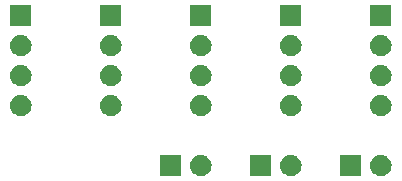
<source format=gts>
G04 #@! TF.GenerationSoftware,KiCad,Pcbnew,5.0.2-bee76a0~70~ubuntu18.04.1*
G04 #@! TF.CreationDate,2019-03-31T17:31:53+02:00*
G04 #@! TF.ProjectId,SPIDaisy,544d4353-5049-4323-9636-302e6b696361,rev?*
G04 #@! TF.SameCoordinates,Original*
G04 #@! TF.FileFunction,Soldermask,Top*
G04 #@! TF.FilePolarity,Negative*
%FSLAX46Y46*%
G04 Gerber Fmt 4.6, Leading zero omitted, Abs format (unit mm)*
G04 Created by KiCad (PCBNEW 5.0.2-bee76a0~70~ubuntu18.04.1) date 2019-03-31T17:31:53 CEST*
%MOMM*%
%LPD*%
G01*
G04 APERTURE LIST*
%ADD10C,0.100000*%
G04 APERTURE END LIST*
D10*
G36*
X122030443Y-103245519D02*
X122096627Y-103252037D01*
X122209853Y-103286384D01*
X122266467Y-103303557D01*
X122405087Y-103377652D01*
X122422991Y-103387222D01*
X122458729Y-103416552D01*
X122560186Y-103499814D01*
X122643448Y-103601271D01*
X122672778Y-103637009D01*
X122672779Y-103637011D01*
X122756443Y-103793533D01*
X122756443Y-103793534D01*
X122807963Y-103963373D01*
X122825359Y-104140000D01*
X122807963Y-104316627D01*
X122773616Y-104429853D01*
X122756443Y-104486467D01*
X122682348Y-104625087D01*
X122672778Y-104642991D01*
X122643448Y-104678729D01*
X122560186Y-104780186D01*
X122458729Y-104863448D01*
X122422991Y-104892778D01*
X122422989Y-104892779D01*
X122266467Y-104976443D01*
X122209853Y-104993616D01*
X122096627Y-105027963D01*
X122030442Y-105034482D01*
X121964260Y-105041000D01*
X121875740Y-105041000D01*
X121809557Y-105034481D01*
X121743373Y-105027963D01*
X121630147Y-104993616D01*
X121573533Y-104976443D01*
X121417011Y-104892779D01*
X121417009Y-104892778D01*
X121381271Y-104863448D01*
X121279814Y-104780186D01*
X121196552Y-104678729D01*
X121167222Y-104642991D01*
X121157652Y-104625087D01*
X121083557Y-104486467D01*
X121066384Y-104429853D01*
X121032037Y-104316627D01*
X121014641Y-104140000D01*
X121032037Y-103963373D01*
X121083557Y-103793534D01*
X121083557Y-103793533D01*
X121167221Y-103637011D01*
X121167222Y-103637009D01*
X121196552Y-103601271D01*
X121279814Y-103499814D01*
X121381271Y-103416552D01*
X121417009Y-103387222D01*
X121434913Y-103377652D01*
X121573533Y-103303557D01*
X121630147Y-103286384D01*
X121743373Y-103252037D01*
X121809558Y-103245518D01*
X121875740Y-103239000D01*
X121964260Y-103239000D01*
X122030443Y-103245519D01*
X122030443Y-103245519D01*
G37*
G36*
X120281000Y-105041000D02*
X118479000Y-105041000D01*
X118479000Y-103239000D01*
X120281000Y-103239000D01*
X120281000Y-105041000D01*
X120281000Y-105041000D01*
G37*
G36*
X114410443Y-103245519D02*
X114476627Y-103252037D01*
X114589853Y-103286384D01*
X114646467Y-103303557D01*
X114785087Y-103377652D01*
X114802991Y-103387222D01*
X114838729Y-103416552D01*
X114940186Y-103499814D01*
X115023448Y-103601271D01*
X115052778Y-103637009D01*
X115052779Y-103637011D01*
X115136443Y-103793533D01*
X115136443Y-103793534D01*
X115187963Y-103963373D01*
X115205359Y-104140000D01*
X115187963Y-104316627D01*
X115153616Y-104429853D01*
X115136443Y-104486467D01*
X115062348Y-104625087D01*
X115052778Y-104642991D01*
X115023448Y-104678729D01*
X114940186Y-104780186D01*
X114838729Y-104863448D01*
X114802991Y-104892778D01*
X114802989Y-104892779D01*
X114646467Y-104976443D01*
X114589853Y-104993616D01*
X114476627Y-105027963D01*
X114410442Y-105034482D01*
X114344260Y-105041000D01*
X114255740Y-105041000D01*
X114189557Y-105034481D01*
X114123373Y-105027963D01*
X114010147Y-104993616D01*
X113953533Y-104976443D01*
X113797011Y-104892779D01*
X113797009Y-104892778D01*
X113761271Y-104863448D01*
X113659814Y-104780186D01*
X113576552Y-104678729D01*
X113547222Y-104642991D01*
X113537652Y-104625087D01*
X113463557Y-104486467D01*
X113446384Y-104429853D01*
X113412037Y-104316627D01*
X113394641Y-104140000D01*
X113412037Y-103963373D01*
X113463557Y-103793534D01*
X113463557Y-103793533D01*
X113547221Y-103637011D01*
X113547222Y-103637009D01*
X113576552Y-103601271D01*
X113659814Y-103499814D01*
X113761271Y-103416552D01*
X113797009Y-103387222D01*
X113814913Y-103377652D01*
X113953533Y-103303557D01*
X114010147Y-103286384D01*
X114123373Y-103252037D01*
X114189558Y-103245518D01*
X114255740Y-103239000D01*
X114344260Y-103239000D01*
X114410443Y-103245519D01*
X114410443Y-103245519D01*
G37*
G36*
X112661000Y-105041000D02*
X110859000Y-105041000D01*
X110859000Y-103239000D01*
X112661000Y-103239000D01*
X112661000Y-105041000D01*
X112661000Y-105041000D01*
G37*
G36*
X129650443Y-103245519D02*
X129716627Y-103252037D01*
X129829853Y-103286384D01*
X129886467Y-103303557D01*
X130025087Y-103377652D01*
X130042991Y-103387222D01*
X130078729Y-103416552D01*
X130180186Y-103499814D01*
X130263448Y-103601271D01*
X130292778Y-103637009D01*
X130292779Y-103637011D01*
X130376443Y-103793533D01*
X130376443Y-103793534D01*
X130427963Y-103963373D01*
X130445359Y-104140000D01*
X130427963Y-104316627D01*
X130393616Y-104429853D01*
X130376443Y-104486467D01*
X130302348Y-104625087D01*
X130292778Y-104642991D01*
X130263448Y-104678729D01*
X130180186Y-104780186D01*
X130078729Y-104863448D01*
X130042991Y-104892778D01*
X130042989Y-104892779D01*
X129886467Y-104976443D01*
X129829853Y-104993616D01*
X129716627Y-105027963D01*
X129650442Y-105034482D01*
X129584260Y-105041000D01*
X129495740Y-105041000D01*
X129429557Y-105034481D01*
X129363373Y-105027963D01*
X129250147Y-104993616D01*
X129193533Y-104976443D01*
X129037011Y-104892779D01*
X129037009Y-104892778D01*
X129001271Y-104863448D01*
X128899814Y-104780186D01*
X128816552Y-104678729D01*
X128787222Y-104642991D01*
X128777652Y-104625087D01*
X128703557Y-104486467D01*
X128686384Y-104429853D01*
X128652037Y-104316627D01*
X128634641Y-104140000D01*
X128652037Y-103963373D01*
X128703557Y-103793534D01*
X128703557Y-103793533D01*
X128787221Y-103637011D01*
X128787222Y-103637009D01*
X128816552Y-103601271D01*
X128899814Y-103499814D01*
X129001271Y-103416552D01*
X129037009Y-103387222D01*
X129054913Y-103377652D01*
X129193533Y-103303557D01*
X129250147Y-103286384D01*
X129363373Y-103252037D01*
X129429558Y-103245518D01*
X129495740Y-103239000D01*
X129584260Y-103239000D01*
X129650443Y-103245519D01*
X129650443Y-103245519D01*
G37*
G36*
X127901000Y-105041000D02*
X126099000Y-105041000D01*
X126099000Y-103239000D01*
X127901000Y-103239000D01*
X127901000Y-105041000D01*
X127901000Y-105041000D01*
G37*
G36*
X99170443Y-98165519D02*
X99236627Y-98172037D01*
X99349853Y-98206384D01*
X99406467Y-98223557D01*
X99545087Y-98297652D01*
X99562991Y-98307222D01*
X99598729Y-98336552D01*
X99700186Y-98419814D01*
X99783448Y-98521271D01*
X99812778Y-98557009D01*
X99812779Y-98557011D01*
X99896443Y-98713533D01*
X99896443Y-98713534D01*
X99947963Y-98883373D01*
X99965359Y-99060000D01*
X99947963Y-99236627D01*
X99913616Y-99349853D01*
X99896443Y-99406467D01*
X99822348Y-99545087D01*
X99812778Y-99562991D01*
X99783448Y-99598729D01*
X99700186Y-99700186D01*
X99598729Y-99783448D01*
X99562991Y-99812778D01*
X99562989Y-99812779D01*
X99406467Y-99896443D01*
X99349853Y-99913616D01*
X99236627Y-99947963D01*
X99170443Y-99954481D01*
X99104260Y-99961000D01*
X99015740Y-99961000D01*
X98949557Y-99954481D01*
X98883373Y-99947963D01*
X98770147Y-99913616D01*
X98713533Y-99896443D01*
X98557011Y-99812779D01*
X98557009Y-99812778D01*
X98521271Y-99783448D01*
X98419814Y-99700186D01*
X98336552Y-99598729D01*
X98307222Y-99562991D01*
X98297652Y-99545087D01*
X98223557Y-99406467D01*
X98206384Y-99349853D01*
X98172037Y-99236627D01*
X98154641Y-99060000D01*
X98172037Y-98883373D01*
X98223557Y-98713534D01*
X98223557Y-98713533D01*
X98307221Y-98557011D01*
X98307222Y-98557009D01*
X98336552Y-98521271D01*
X98419814Y-98419814D01*
X98521271Y-98336552D01*
X98557009Y-98307222D01*
X98574913Y-98297652D01*
X98713533Y-98223557D01*
X98770147Y-98206384D01*
X98883373Y-98172037D01*
X98949557Y-98165519D01*
X99015740Y-98159000D01*
X99104260Y-98159000D01*
X99170443Y-98165519D01*
X99170443Y-98165519D01*
G37*
G36*
X129650443Y-98165519D02*
X129716627Y-98172037D01*
X129829853Y-98206384D01*
X129886467Y-98223557D01*
X130025087Y-98297652D01*
X130042991Y-98307222D01*
X130078729Y-98336552D01*
X130180186Y-98419814D01*
X130263448Y-98521271D01*
X130292778Y-98557009D01*
X130292779Y-98557011D01*
X130376443Y-98713533D01*
X130376443Y-98713534D01*
X130427963Y-98883373D01*
X130445359Y-99060000D01*
X130427963Y-99236627D01*
X130393616Y-99349853D01*
X130376443Y-99406467D01*
X130302348Y-99545087D01*
X130292778Y-99562991D01*
X130263448Y-99598729D01*
X130180186Y-99700186D01*
X130078729Y-99783448D01*
X130042991Y-99812778D01*
X130042989Y-99812779D01*
X129886467Y-99896443D01*
X129829853Y-99913616D01*
X129716627Y-99947963D01*
X129650443Y-99954481D01*
X129584260Y-99961000D01*
X129495740Y-99961000D01*
X129429557Y-99954481D01*
X129363373Y-99947963D01*
X129250147Y-99913616D01*
X129193533Y-99896443D01*
X129037011Y-99812779D01*
X129037009Y-99812778D01*
X129001271Y-99783448D01*
X128899814Y-99700186D01*
X128816552Y-99598729D01*
X128787222Y-99562991D01*
X128777652Y-99545087D01*
X128703557Y-99406467D01*
X128686384Y-99349853D01*
X128652037Y-99236627D01*
X128634641Y-99060000D01*
X128652037Y-98883373D01*
X128703557Y-98713534D01*
X128703557Y-98713533D01*
X128787221Y-98557011D01*
X128787222Y-98557009D01*
X128816552Y-98521271D01*
X128899814Y-98419814D01*
X129001271Y-98336552D01*
X129037009Y-98307222D01*
X129054913Y-98297652D01*
X129193533Y-98223557D01*
X129250147Y-98206384D01*
X129363373Y-98172037D01*
X129429557Y-98165519D01*
X129495740Y-98159000D01*
X129584260Y-98159000D01*
X129650443Y-98165519D01*
X129650443Y-98165519D01*
G37*
G36*
X106790443Y-98165519D02*
X106856627Y-98172037D01*
X106969853Y-98206384D01*
X107026467Y-98223557D01*
X107165087Y-98297652D01*
X107182991Y-98307222D01*
X107218729Y-98336552D01*
X107320186Y-98419814D01*
X107403448Y-98521271D01*
X107432778Y-98557009D01*
X107432779Y-98557011D01*
X107516443Y-98713533D01*
X107516443Y-98713534D01*
X107567963Y-98883373D01*
X107585359Y-99060000D01*
X107567963Y-99236627D01*
X107533616Y-99349853D01*
X107516443Y-99406467D01*
X107442348Y-99545087D01*
X107432778Y-99562991D01*
X107403448Y-99598729D01*
X107320186Y-99700186D01*
X107218729Y-99783448D01*
X107182991Y-99812778D01*
X107182989Y-99812779D01*
X107026467Y-99896443D01*
X106969853Y-99913616D01*
X106856627Y-99947963D01*
X106790443Y-99954481D01*
X106724260Y-99961000D01*
X106635740Y-99961000D01*
X106569557Y-99954481D01*
X106503373Y-99947963D01*
X106390147Y-99913616D01*
X106333533Y-99896443D01*
X106177011Y-99812779D01*
X106177009Y-99812778D01*
X106141271Y-99783448D01*
X106039814Y-99700186D01*
X105956552Y-99598729D01*
X105927222Y-99562991D01*
X105917652Y-99545087D01*
X105843557Y-99406467D01*
X105826384Y-99349853D01*
X105792037Y-99236627D01*
X105774641Y-99060000D01*
X105792037Y-98883373D01*
X105843557Y-98713534D01*
X105843557Y-98713533D01*
X105927221Y-98557011D01*
X105927222Y-98557009D01*
X105956552Y-98521271D01*
X106039814Y-98419814D01*
X106141271Y-98336552D01*
X106177009Y-98307222D01*
X106194913Y-98297652D01*
X106333533Y-98223557D01*
X106390147Y-98206384D01*
X106503373Y-98172037D01*
X106569557Y-98165519D01*
X106635740Y-98159000D01*
X106724260Y-98159000D01*
X106790443Y-98165519D01*
X106790443Y-98165519D01*
G37*
G36*
X114410443Y-98165519D02*
X114476627Y-98172037D01*
X114589853Y-98206384D01*
X114646467Y-98223557D01*
X114785087Y-98297652D01*
X114802991Y-98307222D01*
X114838729Y-98336552D01*
X114940186Y-98419814D01*
X115023448Y-98521271D01*
X115052778Y-98557009D01*
X115052779Y-98557011D01*
X115136443Y-98713533D01*
X115136443Y-98713534D01*
X115187963Y-98883373D01*
X115205359Y-99060000D01*
X115187963Y-99236627D01*
X115153616Y-99349853D01*
X115136443Y-99406467D01*
X115062348Y-99545087D01*
X115052778Y-99562991D01*
X115023448Y-99598729D01*
X114940186Y-99700186D01*
X114838729Y-99783448D01*
X114802991Y-99812778D01*
X114802989Y-99812779D01*
X114646467Y-99896443D01*
X114589853Y-99913616D01*
X114476627Y-99947963D01*
X114410443Y-99954481D01*
X114344260Y-99961000D01*
X114255740Y-99961000D01*
X114189557Y-99954481D01*
X114123373Y-99947963D01*
X114010147Y-99913616D01*
X113953533Y-99896443D01*
X113797011Y-99812779D01*
X113797009Y-99812778D01*
X113761271Y-99783448D01*
X113659814Y-99700186D01*
X113576552Y-99598729D01*
X113547222Y-99562991D01*
X113537652Y-99545087D01*
X113463557Y-99406467D01*
X113446384Y-99349853D01*
X113412037Y-99236627D01*
X113394641Y-99060000D01*
X113412037Y-98883373D01*
X113463557Y-98713534D01*
X113463557Y-98713533D01*
X113547221Y-98557011D01*
X113547222Y-98557009D01*
X113576552Y-98521271D01*
X113659814Y-98419814D01*
X113761271Y-98336552D01*
X113797009Y-98307222D01*
X113814913Y-98297652D01*
X113953533Y-98223557D01*
X114010147Y-98206384D01*
X114123373Y-98172037D01*
X114189557Y-98165519D01*
X114255740Y-98159000D01*
X114344260Y-98159000D01*
X114410443Y-98165519D01*
X114410443Y-98165519D01*
G37*
G36*
X122030443Y-98165519D02*
X122096627Y-98172037D01*
X122209853Y-98206384D01*
X122266467Y-98223557D01*
X122405087Y-98297652D01*
X122422991Y-98307222D01*
X122458729Y-98336552D01*
X122560186Y-98419814D01*
X122643448Y-98521271D01*
X122672778Y-98557009D01*
X122672779Y-98557011D01*
X122756443Y-98713533D01*
X122756443Y-98713534D01*
X122807963Y-98883373D01*
X122825359Y-99060000D01*
X122807963Y-99236627D01*
X122773616Y-99349853D01*
X122756443Y-99406467D01*
X122682348Y-99545087D01*
X122672778Y-99562991D01*
X122643448Y-99598729D01*
X122560186Y-99700186D01*
X122458729Y-99783448D01*
X122422991Y-99812778D01*
X122422989Y-99812779D01*
X122266467Y-99896443D01*
X122209853Y-99913616D01*
X122096627Y-99947963D01*
X122030443Y-99954481D01*
X121964260Y-99961000D01*
X121875740Y-99961000D01*
X121809557Y-99954481D01*
X121743373Y-99947963D01*
X121630147Y-99913616D01*
X121573533Y-99896443D01*
X121417011Y-99812779D01*
X121417009Y-99812778D01*
X121381271Y-99783448D01*
X121279814Y-99700186D01*
X121196552Y-99598729D01*
X121167222Y-99562991D01*
X121157652Y-99545087D01*
X121083557Y-99406467D01*
X121066384Y-99349853D01*
X121032037Y-99236627D01*
X121014641Y-99060000D01*
X121032037Y-98883373D01*
X121083557Y-98713534D01*
X121083557Y-98713533D01*
X121167221Y-98557011D01*
X121167222Y-98557009D01*
X121196552Y-98521271D01*
X121279814Y-98419814D01*
X121381271Y-98336552D01*
X121417009Y-98307222D01*
X121434913Y-98297652D01*
X121573533Y-98223557D01*
X121630147Y-98206384D01*
X121743373Y-98172037D01*
X121809557Y-98165519D01*
X121875740Y-98159000D01*
X121964260Y-98159000D01*
X122030443Y-98165519D01*
X122030443Y-98165519D01*
G37*
G36*
X114410442Y-95625518D02*
X114476627Y-95632037D01*
X114589853Y-95666384D01*
X114646467Y-95683557D01*
X114785087Y-95757652D01*
X114802991Y-95767222D01*
X114838729Y-95796552D01*
X114940186Y-95879814D01*
X115023448Y-95981271D01*
X115052778Y-96017009D01*
X115052779Y-96017011D01*
X115136443Y-96173533D01*
X115136443Y-96173534D01*
X115187963Y-96343373D01*
X115205359Y-96520000D01*
X115187963Y-96696627D01*
X115153616Y-96809853D01*
X115136443Y-96866467D01*
X115062348Y-97005087D01*
X115052778Y-97022991D01*
X115023448Y-97058729D01*
X114940186Y-97160186D01*
X114838729Y-97243448D01*
X114802991Y-97272778D01*
X114802989Y-97272779D01*
X114646467Y-97356443D01*
X114589853Y-97373616D01*
X114476627Y-97407963D01*
X114410442Y-97414482D01*
X114344260Y-97421000D01*
X114255740Y-97421000D01*
X114189558Y-97414482D01*
X114123373Y-97407963D01*
X114010147Y-97373616D01*
X113953533Y-97356443D01*
X113797011Y-97272779D01*
X113797009Y-97272778D01*
X113761271Y-97243448D01*
X113659814Y-97160186D01*
X113576552Y-97058729D01*
X113547222Y-97022991D01*
X113537652Y-97005087D01*
X113463557Y-96866467D01*
X113446384Y-96809853D01*
X113412037Y-96696627D01*
X113394641Y-96520000D01*
X113412037Y-96343373D01*
X113463557Y-96173534D01*
X113463557Y-96173533D01*
X113547221Y-96017011D01*
X113547222Y-96017009D01*
X113576552Y-95981271D01*
X113659814Y-95879814D01*
X113761271Y-95796552D01*
X113797009Y-95767222D01*
X113814913Y-95757652D01*
X113953533Y-95683557D01*
X114010147Y-95666384D01*
X114123373Y-95632037D01*
X114189558Y-95625518D01*
X114255740Y-95619000D01*
X114344260Y-95619000D01*
X114410442Y-95625518D01*
X114410442Y-95625518D01*
G37*
G36*
X99170442Y-95625518D02*
X99236627Y-95632037D01*
X99349853Y-95666384D01*
X99406467Y-95683557D01*
X99545087Y-95757652D01*
X99562991Y-95767222D01*
X99598729Y-95796552D01*
X99700186Y-95879814D01*
X99783448Y-95981271D01*
X99812778Y-96017009D01*
X99812779Y-96017011D01*
X99896443Y-96173533D01*
X99896443Y-96173534D01*
X99947963Y-96343373D01*
X99965359Y-96520000D01*
X99947963Y-96696627D01*
X99913616Y-96809853D01*
X99896443Y-96866467D01*
X99822348Y-97005087D01*
X99812778Y-97022991D01*
X99783448Y-97058729D01*
X99700186Y-97160186D01*
X99598729Y-97243448D01*
X99562991Y-97272778D01*
X99562989Y-97272779D01*
X99406467Y-97356443D01*
X99349853Y-97373616D01*
X99236627Y-97407963D01*
X99170442Y-97414482D01*
X99104260Y-97421000D01*
X99015740Y-97421000D01*
X98949558Y-97414482D01*
X98883373Y-97407963D01*
X98770147Y-97373616D01*
X98713533Y-97356443D01*
X98557011Y-97272779D01*
X98557009Y-97272778D01*
X98521271Y-97243448D01*
X98419814Y-97160186D01*
X98336552Y-97058729D01*
X98307222Y-97022991D01*
X98297652Y-97005087D01*
X98223557Y-96866467D01*
X98206384Y-96809853D01*
X98172037Y-96696627D01*
X98154641Y-96520000D01*
X98172037Y-96343373D01*
X98223557Y-96173534D01*
X98223557Y-96173533D01*
X98307221Y-96017011D01*
X98307222Y-96017009D01*
X98336552Y-95981271D01*
X98419814Y-95879814D01*
X98521271Y-95796552D01*
X98557009Y-95767222D01*
X98574913Y-95757652D01*
X98713533Y-95683557D01*
X98770147Y-95666384D01*
X98883373Y-95632037D01*
X98949558Y-95625518D01*
X99015740Y-95619000D01*
X99104260Y-95619000D01*
X99170442Y-95625518D01*
X99170442Y-95625518D01*
G37*
G36*
X106790442Y-95625518D02*
X106856627Y-95632037D01*
X106969853Y-95666384D01*
X107026467Y-95683557D01*
X107165087Y-95757652D01*
X107182991Y-95767222D01*
X107218729Y-95796552D01*
X107320186Y-95879814D01*
X107403448Y-95981271D01*
X107432778Y-96017009D01*
X107432779Y-96017011D01*
X107516443Y-96173533D01*
X107516443Y-96173534D01*
X107567963Y-96343373D01*
X107585359Y-96520000D01*
X107567963Y-96696627D01*
X107533616Y-96809853D01*
X107516443Y-96866467D01*
X107442348Y-97005087D01*
X107432778Y-97022991D01*
X107403448Y-97058729D01*
X107320186Y-97160186D01*
X107218729Y-97243448D01*
X107182991Y-97272778D01*
X107182989Y-97272779D01*
X107026467Y-97356443D01*
X106969853Y-97373616D01*
X106856627Y-97407963D01*
X106790442Y-97414482D01*
X106724260Y-97421000D01*
X106635740Y-97421000D01*
X106569558Y-97414482D01*
X106503373Y-97407963D01*
X106390147Y-97373616D01*
X106333533Y-97356443D01*
X106177011Y-97272779D01*
X106177009Y-97272778D01*
X106141271Y-97243448D01*
X106039814Y-97160186D01*
X105956552Y-97058729D01*
X105927222Y-97022991D01*
X105917652Y-97005087D01*
X105843557Y-96866467D01*
X105826384Y-96809853D01*
X105792037Y-96696627D01*
X105774641Y-96520000D01*
X105792037Y-96343373D01*
X105843557Y-96173534D01*
X105843557Y-96173533D01*
X105927221Y-96017011D01*
X105927222Y-96017009D01*
X105956552Y-95981271D01*
X106039814Y-95879814D01*
X106141271Y-95796552D01*
X106177009Y-95767222D01*
X106194913Y-95757652D01*
X106333533Y-95683557D01*
X106390147Y-95666384D01*
X106503373Y-95632037D01*
X106569558Y-95625518D01*
X106635740Y-95619000D01*
X106724260Y-95619000D01*
X106790442Y-95625518D01*
X106790442Y-95625518D01*
G37*
G36*
X122030442Y-95625518D02*
X122096627Y-95632037D01*
X122209853Y-95666384D01*
X122266467Y-95683557D01*
X122405087Y-95757652D01*
X122422991Y-95767222D01*
X122458729Y-95796552D01*
X122560186Y-95879814D01*
X122643448Y-95981271D01*
X122672778Y-96017009D01*
X122672779Y-96017011D01*
X122756443Y-96173533D01*
X122756443Y-96173534D01*
X122807963Y-96343373D01*
X122825359Y-96520000D01*
X122807963Y-96696627D01*
X122773616Y-96809853D01*
X122756443Y-96866467D01*
X122682348Y-97005087D01*
X122672778Y-97022991D01*
X122643448Y-97058729D01*
X122560186Y-97160186D01*
X122458729Y-97243448D01*
X122422991Y-97272778D01*
X122422989Y-97272779D01*
X122266467Y-97356443D01*
X122209853Y-97373616D01*
X122096627Y-97407963D01*
X122030442Y-97414482D01*
X121964260Y-97421000D01*
X121875740Y-97421000D01*
X121809558Y-97414482D01*
X121743373Y-97407963D01*
X121630147Y-97373616D01*
X121573533Y-97356443D01*
X121417011Y-97272779D01*
X121417009Y-97272778D01*
X121381271Y-97243448D01*
X121279814Y-97160186D01*
X121196552Y-97058729D01*
X121167222Y-97022991D01*
X121157652Y-97005087D01*
X121083557Y-96866467D01*
X121066384Y-96809853D01*
X121032037Y-96696627D01*
X121014641Y-96520000D01*
X121032037Y-96343373D01*
X121083557Y-96173534D01*
X121083557Y-96173533D01*
X121167221Y-96017011D01*
X121167222Y-96017009D01*
X121196552Y-95981271D01*
X121279814Y-95879814D01*
X121381271Y-95796552D01*
X121417009Y-95767222D01*
X121434913Y-95757652D01*
X121573533Y-95683557D01*
X121630147Y-95666384D01*
X121743373Y-95632037D01*
X121809558Y-95625518D01*
X121875740Y-95619000D01*
X121964260Y-95619000D01*
X122030442Y-95625518D01*
X122030442Y-95625518D01*
G37*
G36*
X129650442Y-95625518D02*
X129716627Y-95632037D01*
X129829853Y-95666384D01*
X129886467Y-95683557D01*
X130025087Y-95757652D01*
X130042991Y-95767222D01*
X130078729Y-95796552D01*
X130180186Y-95879814D01*
X130263448Y-95981271D01*
X130292778Y-96017009D01*
X130292779Y-96017011D01*
X130376443Y-96173533D01*
X130376443Y-96173534D01*
X130427963Y-96343373D01*
X130445359Y-96520000D01*
X130427963Y-96696627D01*
X130393616Y-96809853D01*
X130376443Y-96866467D01*
X130302348Y-97005087D01*
X130292778Y-97022991D01*
X130263448Y-97058729D01*
X130180186Y-97160186D01*
X130078729Y-97243448D01*
X130042991Y-97272778D01*
X130042989Y-97272779D01*
X129886467Y-97356443D01*
X129829853Y-97373616D01*
X129716627Y-97407963D01*
X129650442Y-97414482D01*
X129584260Y-97421000D01*
X129495740Y-97421000D01*
X129429558Y-97414482D01*
X129363373Y-97407963D01*
X129250147Y-97373616D01*
X129193533Y-97356443D01*
X129037011Y-97272779D01*
X129037009Y-97272778D01*
X129001271Y-97243448D01*
X128899814Y-97160186D01*
X128816552Y-97058729D01*
X128787222Y-97022991D01*
X128777652Y-97005087D01*
X128703557Y-96866467D01*
X128686384Y-96809853D01*
X128652037Y-96696627D01*
X128634641Y-96520000D01*
X128652037Y-96343373D01*
X128703557Y-96173534D01*
X128703557Y-96173533D01*
X128787221Y-96017011D01*
X128787222Y-96017009D01*
X128816552Y-95981271D01*
X128899814Y-95879814D01*
X129001271Y-95796552D01*
X129037009Y-95767222D01*
X129054913Y-95757652D01*
X129193533Y-95683557D01*
X129250147Y-95666384D01*
X129363373Y-95632037D01*
X129429558Y-95625518D01*
X129495740Y-95619000D01*
X129584260Y-95619000D01*
X129650442Y-95625518D01*
X129650442Y-95625518D01*
G37*
G36*
X114410443Y-93085519D02*
X114476627Y-93092037D01*
X114589853Y-93126384D01*
X114646467Y-93143557D01*
X114785087Y-93217652D01*
X114802991Y-93227222D01*
X114838729Y-93256552D01*
X114940186Y-93339814D01*
X115023448Y-93441271D01*
X115052778Y-93477009D01*
X115052779Y-93477011D01*
X115136443Y-93633533D01*
X115136443Y-93633534D01*
X115187963Y-93803373D01*
X115205359Y-93980000D01*
X115187963Y-94156627D01*
X115153616Y-94269853D01*
X115136443Y-94326467D01*
X115062348Y-94465087D01*
X115052778Y-94482991D01*
X115023448Y-94518729D01*
X114940186Y-94620186D01*
X114838729Y-94703448D01*
X114802991Y-94732778D01*
X114802989Y-94732779D01*
X114646467Y-94816443D01*
X114589853Y-94833616D01*
X114476627Y-94867963D01*
X114410443Y-94874481D01*
X114344260Y-94881000D01*
X114255740Y-94881000D01*
X114189557Y-94874481D01*
X114123373Y-94867963D01*
X114010147Y-94833616D01*
X113953533Y-94816443D01*
X113797011Y-94732779D01*
X113797009Y-94732778D01*
X113761271Y-94703448D01*
X113659814Y-94620186D01*
X113576552Y-94518729D01*
X113547222Y-94482991D01*
X113537652Y-94465087D01*
X113463557Y-94326467D01*
X113446384Y-94269853D01*
X113412037Y-94156627D01*
X113394641Y-93980000D01*
X113412037Y-93803373D01*
X113463557Y-93633534D01*
X113463557Y-93633533D01*
X113547221Y-93477011D01*
X113547222Y-93477009D01*
X113576552Y-93441271D01*
X113659814Y-93339814D01*
X113761271Y-93256552D01*
X113797009Y-93227222D01*
X113814913Y-93217652D01*
X113953533Y-93143557D01*
X114010147Y-93126384D01*
X114123373Y-93092037D01*
X114189557Y-93085519D01*
X114255740Y-93079000D01*
X114344260Y-93079000D01*
X114410443Y-93085519D01*
X114410443Y-93085519D01*
G37*
G36*
X106790443Y-93085519D02*
X106856627Y-93092037D01*
X106969853Y-93126384D01*
X107026467Y-93143557D01*
X107165087Y-93217652D01*
X107182991Y-93227222D01*
X107218729Y-93256552D01*
X107320186Y-93339814D01*
X107403448Y-93441271D01*
X107432778Y-93477009D01*
X107432779Y-93477011D01*
X107516443Y-93633533D01*
X107516443Y-93633534D01*
X107567963Y-93803373D01*
X107585359Y-93980000D01*
X107567963Y-94156627D01*
X107533616Y-94269853D01*
X107516443Y-94326467D01*
X107442348Y-94465087D01*
X107432778Y-94482991D01*
X107403448Y-94518729D01*
X107320186Y-94620186D01*
X107218729Y-94703448D01*
X107182991Y-94732778D01*
X107182989Y-94732779D01*
X107026467Y-94816443D01*
X106969853Y-94833616D01*
X106856627Y-94867963D01*
X106790443Y-94874481D01*
X106724260Y-94881000D01*
X106635740Y-94881000D01*
X106569557Y-94874481D01*
X106503373Y-94867963D01*
X106390147Y-94833616D01*
X106333533Y-94816443D01*
X106177011Y-94732779D01*
X106177009Y-94732778D01*
X106141271Y-94703448D01*
X106039814Y-94620186D01*
X105956552Y-94518729D01*
X105927222Y-94482991D01*
X105917652Y-94465087D01*
X105843557Y-94326467D01*
X105826384Y-94269853D01*
X105792037Y-94156627D01*
X105774641Y-93980000D01*
X105792037Y-93803373D01*
X105843557Y-93633534D01*
X105843557Y-93633533D01*
X105927221Y-93477011D01*
X105927222Y-93477009D01*
X105956552Y-93441271D01*
X106039814Y-93339814D01*
X106141271Y-93256552D01*
X106177009Y-93227222D01*
X106194913Y-93217652D01*
X106333533Y-93143557D01*
X106390147Y-93126384D01*
X106503373Y-93092037D01*
X106569557Y-93085519D01*
X106635740Y-93079000D01*
X106724260Y-93079000D01*
X106790443Y-93085519D01*
X106790443Y-93085519D01*
G37*
G36*
X129650443Y-93085519D02*
X129716627Y-93092037D01*
X129829853Y-93126384D01*
X129886467Y-93143557D01*
X130025087Y-93217652D01*
X130042991Y-93227222D01*
X130078729Y-93256552D01*
X130180186Y-93339814D01*
X130263448Y-93441271D01*
X130292778Y-93477009D01*
X130292779Y-93477011D01*
X130376443Y-93633533D01*
X130376443Y-93633534D01*
X130427963Y-93803373D01*
X130445359Y-93980000D01*
X130427963Y-94156627D01*
X130393616Y-94269853D01*
X130376443Y-94326467D01*
X130302348Y-94465087D01*
X130292778Y-94482991D01*
X130263448Y-94518729D01*
X130180186Y-94620186D01*
X130078729Y-94703448D01*
X130042991Y-94732778D01*
X130042989Y-94732779D01*
X129886467Y-94816443D01*
X129829853Y-94833616D01*
X129716627Y-94867963D01*
X129650443Y-94874481D01*
X129584260Y-94881000D01*
X129495740Y-94881000D01*
X129429557Y-94874481D01*
X129363373Y-94867963D01*
X129250147Y-94833616D01*
X129193533Y-94816443D01*
X129037011Y-94732779D01*
X129037009Y-94732778D01*
X129001271Y-94703448D01*
X128899814Y-94620186D01*
X128816552Y-94518729D01*
X128787222Y-94482991D01*
X128777652Y-94465087D01*
X128703557Y-94326467D01*
X128686384Y-94269853D01*
X128652037Y-94156627D01*
X128634641Y-93980000D01*
X128652037Y-93803373D01*
X128703557Y-93633534D01*
X128703557Y-93633533D01*
X128787221Y-93477011D01*
X128787222Y-93477009D01*
X128816552Y-93441271D01*
X128899814Y-93339814D01*
X129001271Y-93256552D01*
X129037009Y-93227222D01*
X129054913Y-93217652D01*
X129193533Y-93143557D01*
X129250147Y-93126384D01*
X129363373Y-93092037D01*
X129429557Y-93085519D01*
X129495740Y-93079000D01*
X129584260Y-93079000D01*
X129650443Y-93085519D01*
X129650443Y-93085519D01*
G37*
G36*
X122030443Y-93085519D02*
X122096627Y-93092037D01*
X122209853Y-93126384D01*
X122266467Y-93143557D01*
X122405087Y-93217652D01*
X122422991Y-93227222D01*
X122458729Y-93256552D01*
X122560186Y-93339814D01*
X122643448Y-93441271D01*
X122672778Y-93477009D01*
X122672779Y-93477011D01*
X122756443Y-93633533D01*
X122756443Y-93633534D01*
X122807963Y-93803373D01*
X122825359Y-93980000D01*
X122807963Y-94156627D01*
X122773616Y-94269853D01*
X122756443Y-94326467D01*
X122682348Y-94465087D01*
X122672778Y-94482991D01*
X122643448Y-94518729D01*
X122560186Y-94620186D01*
X122458729Y-94703448D01*
X122422991Y-94732778D01*
X122422989Y-94732779D01*
X122266467Y-94816443D01*
X122209853Y-94833616D01*
X122096627Y-94867963D01*
X122030443Y-94874481D01*
X121964260Y-94881000D01*
X121875740Y-94881000D01*
X121809557Y-94874481D01*
X121743373Y-94867963D01*
X121630147Y-94833616D01*
X121573533Y-94816443D01*
X121417011Y-94732779D01*
X121417009Y-94732778D01*
X121381271Y-94703448D01*
X121279814Y-94620186D01*
X121196552Y-94518729D01*
X121167222Y-94482991D01*
X121157652Y-94465087D01*
X121083557Y-94326467D01*
X121066384Y-94269853D01*
X121032037Y-94156627D01*
X121014641Y-93980000D01*
X121032037Y-93803373D01*
X121083557Y-93633534D01*
X121083557Y-93633533D01*
X121167221Y-93477011D01*
X121167222Y-93477009D01*
X121196552Y-93441271D01*
X121279814Y-93339814D01*
X121381271Y-93256552D01*
X121417009Y-93227222D01*
X121434913Y-93217652D01*
X121573533Y-93143557D01*
X121630147Y-93126384D01*
X121743373Y-93092037D01*
X121809557Y-93085519D01*
X121875740Y-93079000D01*
X121964260Y-93079000D01*
X122030443Y-93085519D01*
X122030443Y-93085519D01*
G37*
G36*
X99170443Y-93085519D02*
X99236627Y-93092037D01*
X99349853Y-93126384D01*
X99406467Y-93143557D01*
X99545087Y-93217652D01*
X99562991Y-93227222D01*
X99598729Y-93256552D01*
X99700186Y-93339814D01*
X99783448Y-93441271D01*
X99812778Y-93477009D01*
X99812779Y-93477011D01*
X99896443Y-93633533D01*
X99896443Y-93633534D01*
X99947963Y-93803373D01*
X99965359Y-93980000D01*
X99947963Y-94156627D01*
X99913616Y-94269853D01*
X99896443Y-94326467D01*
X99822348Y-94465087D01*
X99812778Y-94482991D01*
X99783448Y-94518729D01*
X99700186Y-94620186D01*
X99598729Y-94703448D01*
X99562991Y-94732778D01*
X99562989Y-94732779D01*
X99406467Y-94816443D01*
X99349853Y-94833616D01*
X99236627Y-94867963D01*
X99170443Y-94874481D01*
X99104260Y-94881000D01*
X99015740Y-94881000D01*
X98949557Y-94874481D01*
X98883373Y-94867963D01*
X98770147Y-94833616D01*
X98713533Y-94816443D01*
X98557011Y-94732779D01*
X98557009Y-94732778D01*
X98521271Y-94703448D01*
X98419814Y-94620186D01*
X98336552Y-94518729D01*
X98307222Y-94482991D01*
X98297652Y-94465087D01*
X98223557Y-94326467D01*
X98206384Y-94269853D01*
X98172037Y-94156627D01*
X98154641Y-93980000D01*
X98172037Y-93803373D01*
X98223557Y-93633534D01*
X98223557Y-93633533D01*
X98307221Y-93477011D01*
X98307222Y-93477009D01*
X98336552Y-93441271D01*
X98419814Y-93339814D01*
X98521271Y-93256552D01*
X98557009Y-93227222D01*
X98574913Y-93217652D01*
X98713533Y-93143557D01*
X98770147Y-93126384D01*
X98883373Y-93092037D01*
X98949557Y-93085519D01*
X99015740Y-93079000D01*
X99104260Y-93079000D01*
X99170443Y-93085519D01*
X99170443Y-93085519D01*
G37*
G36*
X107581000Y-92341000D02*
X105779000Y-92341000D01*
X105779000Y-90539000D01*
X107581000Y-90539000D01*
X107581000Y-92341000D01*
X107581000Y-92341000D01*
G37*
G36*
X115201000Y-92341000D02*
X113399000Y-92341000D01*
X113399000Y-90539000D01*
X115201000Y-90539000D01*
X115201000Y-92341000D01*
X115201000Y-92341000D01*
G37*
G36*
X122821000Y-92341000D02*
X121019000Y-92341000D01*
X121019000Y-90539000D01*
X122821000Y-90539000D01*
X122821000Y-92341000D01*
X122821000Y-92341000D01*
G37*
G36*
X130441000Y-92341000D02*
X128639000Y-92341000D01*
X128639000Y-90539000D01*
X130441000Y-90539000D01*
X130441000Y-92341000D01*
X130441000Y-92341000D01*
G37*
G36*
X99961000Y-92341000D02*
X98159000Y-92341000D01*
X98159000Y-90539000D01*
X99961000Y-90539000D01*
X99961000Y-92341000D01*
X99961000Y-92341000D01*
G37*
M02*

</source>
